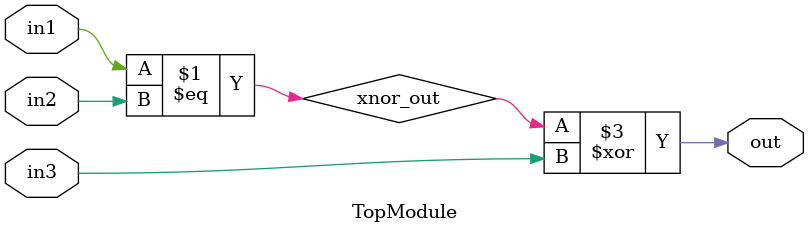
<source format=sv>

module TopModule (
  input in1,
  input in2,
  input in3,
  output logic out
);
assign xnor_out = in1 == in2;
always @(*) begin
  out = xnor_out ^ in3;
end
endmodule

</source>
